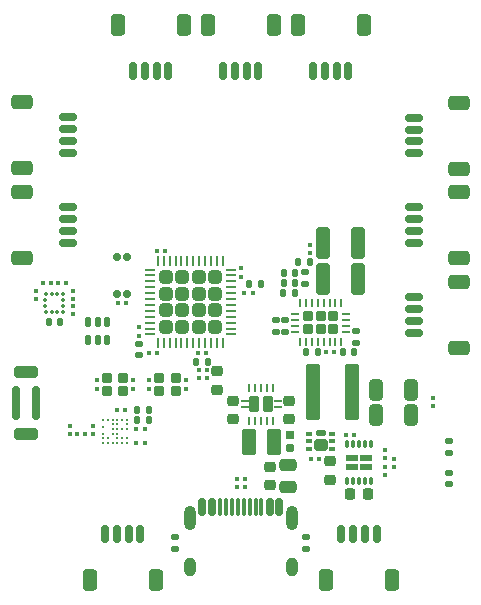
<source format=gbr>
G04 #@! TF.GenerationSoftware,KiCad,Pcbnew,(5.99.0-7554-g937713dbbc)*
G04 #@! TF.CreationDate,2020-12-16T08:12:25+03:00*
G04 #@! TF.ProjectId,BioniX,42696f6e-6958-42e6-9b69-6361645f7063,rev?*
G04 #@! TF.SameCoordinates,PX6422c40PY5a995c0*
G04 #@! TF.FileFunction,Paste,Top*
G04 #@! TF.FilePolarity,Positive*
%FSLAX46Y46*%
G04 Gerber Fmt 4.6, Leading zero omitted, Abs format (unit mm)*
G04 Created by KiCad (PCBNEW (5.99.0-7554-g937713dbbc)) date 2020-12-16 08:12:25*
%MOMM*%
%LPD*%
G01*
G04 APERTURE LIST*
G04 Aperture macros list*
%AMRoundRect*
0 Rectangle with rounded corners*
0 $1 Rounding radius*
0 $2 $3 $4 $5 $6 $7 $8 $9 X,Y pos of 4 corners*
0 Add a 4 corners polygon primitive as box body*
4,1,4,$2,$3,$4,$5,$6,$7,$8,$9,$2,$3,0*
0 Add four circle primitives for the rounded corners*
1,1,$1+$1,$2,$3,0*
1,1,$1+$1,$4,$5,0*
1,1,$1+$1,$6,$7,0*
1,1,$1+$1,$8,$9,0*
0 Add four rect primitives between the rounded corners*
20,1,$1+$1,$2,$3,$4,$5,0*
20,1,$1+$1,$4,$5,$6,$7,0*
20,1,$1+$1,$6,$7,$8,$9,0*
20,1,$1+$1,$8,$9,$2,$3,0*%
G04 Aperture macros list end*
%ADD10RoundRect,0.079500X-0.100500X0.079500X-0.100500X-0.079500X0.100500X-0.079500X0.100500X0.079500X0*%
%ADD11RoundRect,0.249600X-0.350400X-0.650400X0.350400X-0.650400X0.350400X0.650400X-0.350400X0.650400X0*%
%ADD12RoundRect,0.150000X-0.150000X-0.625000X0.150000X-0.625000X0.150000X0.625000X-0.150000X0.625000X0*%
%ADD13RoundRect,0.140000X-0.140000X-0.170000X0.140000X-0.170000X0.140000X0.170000X-0.140000X0.170000X0*%
%ADD14RoundRect,0.225000X0.250000X-0.225000X0.250000X0.225000X-0.250000X0.225000X-0.250000X-0.225000X0*%
%ADD15RoundRect,0.250000X0.315000X-0.315000X0.315000X0.315000X-0.315000X0.315000X-0.315000X-0.315000X0*%
%ADD16RoundRect,0.062500X0.062500X-0.375000X0.062500X0.375000X-0.062500X0.375000X-0.062500X-0.375000X0*%
%ADD17RoundRect,0.062500X0.375000X-0.062500X0.375000X0.062500X-0.375000X0.062500X-0.375000X-0.062500X0*%
%ADD18RoundRect,0.135000X-0.185000X0.135000X-0.185000X-0.135000X0.185000X-0.135000X0.185000X0.135000X0*%
%ADD19RoundRect,0.079500X0.079500X0.100500X-0.079500X0.100500X-0.079500X-0.100500X0.079500X-0.100500X0*%
%ADD20RoundRect,0.079500X0.100500X-0.079500X0.100500X0.079500X-0.100500X0.079500X-0.100500X-0.079500X0*%
%ADD21RoundRect,0.160000X0.290000X0.240000X-0.290000X0.240000X-0.290000X-0.240000X0.290000X-0.240000X0*%
%ADD22RoundRect,0.079500X-0.079500X-0.100500X0.079500X-0.100500X0.079500X0.100500X-0.079500X0.100500X0*%
%ADD23RoundRect,0.140000X0.140000X0.170000X-0.140000X0.170000X-0.140000X-0.170000X0.140000X-0.170000X0*%
%ADD24RoundRect,0.180000X0.270000X-0.470000X0.270000X0.470000X-0.270000X0.470000X-0.270000X-0.470000X0*%
%ADD25RoundRect,0.048000X0.072000X-0.252000X0.072000X0.252000X-0.072000X0.252000X-0.072000X-0.252000X0*%
%ADD26RoundRect,0.048000X0.252000X0.072000X-0.252000X0.072000X-0.252000X-0.072000X0.252000X-0.072000X0*%
%ADD27C,0.257000*%
%ADD28RoundRect,0.135000X0.185000X-0.135000X0.185000X0.135000X-0.185000X0.135000X-0.185000X-0.135000X0*%
%ADD29RoundRect,0.147500X0.172500X-0.147500X0.172500X0.147500X-0.172500X0.147500X-0.172500X-0.147500X0*%
%ADD30RoundRect,0.249600X0.350400X0.650400X-0.350400X0.650400X-0.350400X-0.650400X0.350400X-0.650400X0*%
%ADD31RoundRect,0.150000X0.150000X0.625000X-0.150000X0.625000X-0.150000X-0.625000X0.150000X-0.625000X0*%
%ADD32RoundRect,0.140000X0.170000X-0.140000X0.170000X0.140000X-0.170000X0.140000X-0.170000X-0.140000X0*%
%ADD33RoundRect,0.080000X0.170000X0.120000X-0.170000X0.120000X-0.170000X-0.120000X0.170000X-0.120000X0*%
%ADD34RoundRect,0.190000X0.385000X0.285000X-0.385000X0.285000X-0.385000X-0.285000X0.385000X-0.285000X0*%
%ADD35RoundRect,0.096000X0.304000X0.144000X-0.304000X0.144000X-0.304000X-0.144000X0.304000X-0.144000X0*%
%ADD36RoundRect,0.250000X-0.325000X-1.100000X0.325000X-1.100000X0.325000X1.100000X-0.325000X1.100000X0*%
%ADD37RoundRect,0.140000X-0.170000X0.140000X-0.170000X-0.140000X0.170000X-0.140000X0.170000X0.140000X0*%
%ADD38R,1.050000X0.600000*%
%ADD39RoundRect,0.060000X0.090000X-0.265000X0.090000X0.265000X-0.090000X0.265000X-0.090000X-0.265000X0*%
%ADD40RoundRect,0.150000X-0.150000X-0.575000X0.150000X-0.575000X0.150000X0.575000X-0.150000X0.575000X0*%
%ADD41RoundRect,0.075000X-0.075000X-0.650000X0.075000X-0.650000X0.075000X0.650000X-0.075000X0.650000X0*%
%ADD42O,1.000000X2.100000*%
%ADD43O,1.000000X1.600000*%
%ADD44RoundRect,0.249600X-0.650400X0.350400X-0.650400X-0.350400X0.650400X-0.350400X0.650400X0.350400X0*%
%ADD45RoundRect,0.150000X-0.625000X0.150000X-0.625000X-0.150000X0.625000X-0.150000X0.625000X0.150000X0*%
%ADD46RoundRect,0.147500X-0.172500X0.147500X-0.172500X-0.147500X0.172500X-0.147500X0.172500X0.147500X0*%
%ADD47RoundRect,0.180000X0.420000X2.170000X-0.420000X2.170000X-0.420000X-2.170000X0.420000X-2.170000X0*%
%ADD48RoundRect,0.150000X0.150000X-0.150000X0.150000X0.150000X-0.150000X0.150000X-0.150000X-0.150000X0*%
%ADD49RoundRect,0.249600X0.650400X-0.350400X0.650400X0.350400X-0.650400X0.350400X-0.650400X-0.350400X0*%
%ADD50RoundRect,0.150000X0.625000X-0.150000X0.625000X0.150000X-0.625000X0.150000X-0.625000X-0.150000X0*%
%ADD51RoundRect,0.135000X0.135000X0.185000X-0.135000X0.185000X-0.135000X-0.185000X0.135000X-0.185000X0*%
%ADD52RoundRect,0.218750X0.256250X-0.218750X0.256250X0.218750X-0.256250X0.218750X-0.256250X-0.218750X0*%
%ADD53RoundRect,0.187500X0.187500X-0.187500X0.187500X0.187500X-0.187500X0.187500X-0.187500X-0.187500X0*%
%ADD54RoundRect,0.150000X0.225000X-0.150000X0.225000X0.150000X-0.225000X0.150000X-0.225000X-0.150000X0*%
%ADD55RoundRect,0.250000X-0.475000X0.250000X-0.475000X-0.250000X0.475000X-0.250000X0.475000X0.250000X0*%
%ADD56RoundRect,0.250000X-0.325000X-0.650000X0.325000X-0.650000X0.325000X0.650000X-0.325000X0.650000X0*%
%ADD57RoundRect,0.225000X0.225000X0.250000X-0.225000X0.250000X-0.225000X-0.250000X0.225000X-0.250000X0*%
%ADD58RoundRect,0.250000X0.375000X0.850000X-0.375000X0.850000X-0.375000X-0.850000X0.375000X-0.850000X0*%
%ADD59RoundRect,0.080000X-0.080000X0.080000X-0.080000X-0.080000X0.080000X-0.080000X0.080000X0.080000X0*%
%ADD60RoundRect,0.080000X-0.080000X-0.080000X0.080000X-0.080000X0.080000X0.080000X-0.080000X0.080000X0*%
%ADD61RoundRect,0.218750X-0.256250X0.218750X-0.256250X-0.218750X0.256250X-0.218750X0.256250X0.218750X0*%
%ADD62RoundRect,0.250000X-0.750000X0.250000X-0.750000X-0.250000X0.750000X-0.250000X0.750000X0.250000X0*%
%ADD63RoundRect,0.175000X-0.175000X-1.225000X0.175000X-1.225000X0.175000X1.225000X-0.175000X1.225000X0*%
%ADD64RoundRect,0.170000X0.255000X-0.290000X0.255000X0.290000X-0.255000X0.290000X-0.255000X-0.290000X0*%
%ADD65RoundRect,0.050400X0.249600X-0.069600X0.249600X0.069600X-0.249600X0.069600X-0.249600X-0.069600X0*%
%ADD66RoundRect,0.050400X0.069600X-0.249600X0.069600X0.249600X-0.069600X0.249600X-0.069600X-0.249600X0*%
%ADD67RoundRect,0.050000X0.250000X-0.050000X0.250000X0.050000X-0.250000X0.050000X-0.250000X-0.050000X0*%
%ADD68RoundRect,0.125000X0.125000X-0.275000X0.125000X0.275000X-0.125000X0.275000X-0.125000X-0.275000X0*%
G04 APERTURE END LIST*
D10*
G04 #@! TO.C,R53*
X25900000Y29145000D03*
X25900000Y29835000D03*
G04 #@! TD*
D11*
G04 #@! TO.C,J3*
X32800000Y1505000D03*
X27200000Y1505000D03*
D12*
X28500000Y5380000D03*
X29500000Y5380000D03*
X30500000Y5380000D03*
X31500000Y5380000D03*
G04 #@! TD*
D13*
G04 #@! TO.C,C53*
X28650000Y20780000D03*
X29610000Y20780000D03*
G04 #@! TD*
D14*
G04 #@! TO.C,C40*
X24105000Y15130000D03*
X24105000Y16680000D03*
G04 #@! TD*
D15*
G04 #@! TO.C,U1*
X16430000Y25740000D03*
X17830000Y22940000D03*
X15030000Y22940000D03*
X16430000Y24340000D03*
X16430000Y22940000D03*
X13630000Y25740000D03*
X16430000Y27140000D03*
X17830000Y25740000D03*
X13630000Y22940000D03*
X17830000Y24340000D03*
X15030000Y27140000D03*
X17830000Y27140000D03*
X13630000Y24340000D03*
X15030000Y25740000D03*
X13630000Y27140000D03*
X15030000Y24340000D03*
D16*
X12980000Y21602500D03*
X13480000Y21602500D03*
X13980000Y21602500D03*
X14480000Y21602500D03*
X14980000Y21602500D03*
X15480000Y21602500D03*
X15980000Y21602500D03*
X16480000Y21602500D03*
X16980000Y21602500D03*
X17480000Y21602500D03*
X17980000Y21602500D03*
X18480000Y21602500D03*
D17*
X19167500Y22290000D03*
X19167500Y22790000D03*
X19167500Y23290000D03*
X19167500Y23790000D03*
X19167500Y24290000D03*
X19167500Y24790000D03*
X19167500Y25290000D03*
X19167500Y25790000D03*
X19167500Y26290000D03*
X19167500Y26790000D03*
X19167500Y27290000D03*
X19167500Y27790000D03*
D16*
X18480000Y28477500D03*
X17980000Y28477500D03*
X17480000Y28477500D03*
X16980000Y28477500D03*
X16480000Y28477500D03*
X15980000Y28477500D03*
X15480000Y28477500D03*
X14980000Y28477500D03*
X14480000Y28477500D03*
X13980000Y28477500D03*
X13480000Y28477500D03*
X12980000Y28477500D03*
D17*
X12292500Y27790000D03*
X12292500Y27290000D03*
X12292500Y26790000D03*
X12292500Y26290000D03*
X12292500Y25790000D03*
X12292500Y25290000D03*
X12292500Y24790000D03*
X12292500Y24290000D03*
X12292500Y23790000D03*
X12292500Y23290000D03*
X12292500Y22790000D03*
X12292500Y22290000D03*
G04 #@! TD*
D18*
G04 #@! TO.C,R3*
X14450000Y5110000D03*
X14450000Y4090000D03*
G04 #@! TD*
D19*
G04 #@! TO.C,R11*
X20995000Y25790000D03*
X20305000Y25790000D03*
G04 #@! TD*
D10*
G04 #@! TO.C,R62*
X5775000Y25996250D03*
X5775000Y25306250D03*
G04 #@! TD*
D19*
G04 #@! TO.C,R31*
X29595000Y13770000D03*
X28905000Y13770000D03*
G04 #@! TD*
D20*
G04 #@! TO.C,C26*
X5530000Y14555000D03*
X5530000Y13865000D03*
G04 #@! TD*
D19*
G04 #@! TO.C,R60*
X3910000Y26631250D03*
X3220000Y26631250D03*
G04 #@! TD*
D21*
G04 #@! TO.C,Y2*
X10040000Y18600000D03*
X8640000Y18600000D03*
X8640000Y17500000D03*
X10040000Y17500000D03*
G04 #@! TD*
D22*
G04 #@! TO.C,R10*
X10285000Y24940000D03*
X9595000Y24940000D03*
G04 #@! TD*
D23*
G04 #@! TO.C,C57*
X24600000Y27490000D03*
X23640000Y27490000D03*
G04 #@! TD*
D24*
G04 #@! TO.C,U4*
X22300000Y16370000D03*
X21160000Y16370000D03*
D25*
X20730000Y14970000D03*
X21230000Y14970000D03*
X21730000Y14970000D03*
X22230000Y14970000D03*
X22730000Y14970000D03*
X22730000Y17770000D03*
X22230000Y17770000D03*
X21730000Y17770000D03*
X21230000Y17770000D03*
X20730000Y17770000D03*
D26*
X20330000Y16120000D03*
X23130000Y16620000D03*
X20330000Y16620000D03*
X23130000Y16120000D03*
G04 #@! TD*
D23*
G04 #@! TO.C,C60*
X4705000Y23341250D03*
X3745000Y23341250D03*
G04 #@! TD*
D27*
G04 #@! TO.C,U2*
X8340000Y15090000D03*
X8740000Y15090000D03*
X9140000Y15090000D03*
X9540000Y15090000D03*
X9940000Y15090000D03*
X10340000Y15090000D03*
X9140000Y14690000D03*
X9540000Y14690000D03*
X10340000Y14690000D03*
X8340000Y14490000D03*
X9140000Y14290000D03*
X9540000Y14290000D03*
X9940000Y14290000D03*
X10340000Y14290000D03*
X8340000Y13890000D03*
X9140000Y13890000D03*
X9540000Y13890000D03*
X8340000Y13490000D03*
X8740000Y13490000D03*
X9540000Y13490000D03*
X9940000Y13490000D03*
X10340000Y13490000D03*
X8340000Y13090000D03*
X8740000Y13090000D03*
X9140000Y13090000D03*
X9540000Y13090000D03*
X9940000Y13090000D03*
X10340000Y13090000D03*
G04 #@! TD*
D28*
G04 #@! TO.C,R52*
X25430000Y26550000D03*
X25430000Y27570000D03*
G04 #@! TD*
D23*
G04 #@! TO.C,C58*
X24600000Y26640000D03*
X23640000Y26640000D03*
G04 #@! TD*
D29*
G04 #@! TO.C,D50*
X37660000Y12295000D03*
X37660000Y13265000D03*
G04 #@! TD*
D30*
G04 #@! TO.C,J11*
X15170000Y48502843D03*
X9570000Y48502843D03*
D31*
X13870000Y44627843D03*
X12870000Y44627843D03*
X11870000Y44627843D03*
X10870000Y44627843D03*
G04 #@! TD*
D32*
G04 #@! TO.C,C55*
X22940000Y22530000D03*
X22940000Y23490000D03*
G04 #@! TD*
D19*
G04 #@! TO.C,R5*
X25935000Y11770000D03*
X26625000Y11770000D03*
G04 #@! TD*
D33*
G04 #@! TO.C,Q1*
X27750000Y12580000D03*
X27750000Y13230000D03*
X27750000Y13880000D03*
X25790000Y13880000D03*
X25790000Y13230000D03*
X25790000Y12580000D03*
D34*
X26770000Y12905000D03*
D35*
X26770000Y13930000D03*
G04 #@! TD*
D36*
G04 #@! TO.C,C59*
X26969999Y27000000D03*
X29919999Y27000000D03*
G04 #@! TD*
D10*
G04 #@! TO.C,C61*
X5775000Y23986250D03*
X5775000Y24676250D03*
G04 #@! TD*
D37*
G04 #@! TO.C,C10*
X11400000Y21470000D03*
X11400000Y20510000D03*
G04 #@! TD*
D38*
G04 #@! TO.C,U3*
X29380000Y11052500D03*
X30620000Y11827500D03*
X30620000Y11052500D03*
X29380000Y11827500D03*
D39*
X29000000Y9890000D03*
X29500000Y9890000D03*
X30000000Y9890000D03*
X30500000Y9890000D03*
X31000000Y9890000D03*
X31000000Y12990000D03*
X30500000Y12990000D03*
X30000000Y12990000D03*
X29500000Y12990000D03*
X29000000Y12990000D03*
G04 #@! TD*
D40*
G04 #@! TO.C,J1*
X16750000Y7695000D03*
X17550000Y7695000D03*
D41*
X18750000Y7695000D03*
X19750000Y7695000D03*
X20250000Y7695000D03*
X21250000Y7695000D03*
D40*
X23250000Y7695000D03*
X22450000Y7695000D03*
D41*
X21750000Y7695000D03*
X20750000Y7695000D03*
X19250000Y7695000D03*
X18250000Y7695000D03*
D42*
X15680000Y6780000D03*
X24320000Y6780000D03*
D43*
X15680000Y2600000D03*
X24320000Y2600000D03*
G04 #@! TD*
D44*
G04 #@! TO.C,J5*
X1505000Y28775000D03*
X1505000Y34375000D03*
D45*
X5380000Y33075000D03*
X5380000Y32075000D03*
X5380000Y31075000D03*
X5380000Y30075000D03*
G04 #@! TD*
D22*
G04 #@! TO.C,C24*
X10205000Y15900000D03*
X9515000Y15900000D03*
G04 #@! TD*
D46*
G04 #@! TO.C,D30*
X37660000Y10565000D03*
X37660000Y9595000D03*
G04 #@! TD*
D20*
G04 #@! TO.C,R1*
X20330000Y9355000D03*
X20330000Y10045000D03*
G04 #@! TD*
D22*
G04 #@! TO.C,R61*
X5230000Y26631250D03*
X4540000Y26631250D03*
G04 #@! TD*
G04 #@! TO.C,C13*
X12885000Y29370000D03*
X13575000Y29370000D03*
G04 #@! TD*
D47*
G04 #@! TO.C,L5*
X29445000Y17380000D03*
X26135000Y17380000D03*
G04 #@! TD*
D48*
G04 #@! TO.C,SW1*
X9490000Y25720000D03*
X10390000Y25720000D03*
X10390000Y28820000D03*
X9490000Y28820000D03*
G04 #@! TD*
D49*
G04 #@! TO.C,J7*
X38505000Y34362843D03*
X38505000Y28762843D03*
D50*
X34630000Y30062843D03*
X34630000Y31062843D03*
X34630000Y32062843D03*
X34630000Y33062843D03*
G04 #@! TD*
D51*
G04 #@! TO.C,R51*
X24630000Y25780000D03*
X23610000Y25780000D03*
G04 #@! TD*
D30*
G04 #@! TO.C,J13*
X24820000Y48502843D03*
X30420000Y48502843D03*
D31*
X29120000Y44627843D03*
X28120000Y44627843D03*
X27120000Y44627843D03*
X26120000Y44627843D03*
G04 #@! TD*
D13*
G04 #@! TO.C,C27*
X11240000Y15090000D03*
X12200000Y15090000D03*
G04 #@! TD*
D10*
G04 #@! TO.C,R33*
X32180000Y12515000D03*
X32180000Y11825000D03*
G04 #@! TD*
G04 #@! TO.C,C12*
X20060000Y27195000D03*
X20060000Y27885000D03*
G04 #@! TD*
D11*
G04 #@! TO.C,J4*
X12800000Y1505000D03*
X7200000Y1505000D03*
D12*
X8500000Y5380000D03*
X9500000Y5380000D03*
X10500000Y5380000D03*
X11500000Y5380000D03*
G04 #@! TD*
D20*
G04 #@! TO.C,C25*
X7470000Y14555000D03*
X7470000Y13865000D03*
G04 #@! TD*
D13*
G04 #@! TO.C,C23*
X11240000Y15900000D03*
X12200000Y15900000D03*
G04 #@! TD*
D49*
G04 #@! TO.C,J6*
X38505000Y21130000D03*
X38505000Y26730000D03*
D50*
X34630000Y22430000D03*
X34630000Y23430000D03*
X34630000Y24430000D03*
X34630000Y25430000D03*
G04 #@! TD*
D10*
G04 #@! TO.C,R63*
X2675000Y25306250D03*
X2675000Y25996250D03*
G04 #@! TD*
D22*
G04 #@! TO.C,C28*
X11165000Y13090000D03*
X11855000Y13090000D03*
G04 #@! TD*
D52*
G04 #@! TO.C,F1*
X22450000Y9512500D03*
X22450000Y11087500D03*
G04 #@! TD*
D53*
G04 #@! TO.C,D2*
X24130000Y13775000D03*
D54*
X24130000Y12650000D03*
G04 #@! TD*
D10*
G04 #@! TO.C,R12*
X16500000Y19255000D03*
X16500000Y18565000D03*
G04 #@! TD*
D37*
G04 #@! TO.C,C56*
X29750000Y22550000D03*
X29750000Y21590000D03*
G04 #@! TD*
D20*
G04 #@! TO.C,C14*
X11400000Y22885000D03*
X11400000Y22195000D03*
G04 #@! TD*
D44*
G04 #@! TO.C,J10*
X1495000Y36395000D03*
X1495000Y41995000D03*
D45*
X5370000Y40695000D03*
X5370000Y39695000D03*
X5370000Y38695000D03*
X5370000Y37695000D03*
G04 #@! TD*
D55*
G04 #@! TO.C,C1*
X23975000Y11250000D03*
X23975000Y9350000D03*
G04 #@! TD*
D56*
G04 #@! TO.C,C51*
X31465000Y17600000D03*
X34415000Y17600000D03*
G04 #@! TD*
D22*
G04 #@! TO.C,C22*
X11855000Y14290000D03*
X11165000Y14290000D03*
G04 #@! TD*
D57*
G04 #@! TO.C,C31*
X30775000Y8800000D03*
X29225000Y8800000D03*
G04 #@! TD*
D10*
G04 #@! TO.C,C110*
X15355000Y17710000D03*
X15355000Y18400000D03*
G04 #@! TD*
D22*
G04 #@! TO.C,L2*
X6845000Y13890000D03*
X6155000Y13890000D03*
G04 #@! TD*
D51*
G04 #@! TO.C,R54*
X25900000Y28390000D03*
X24880000Y28390000D03*
G04 #@! TD*
D10*
G04 #@! TO.C,R32*
X32180000Y10365000D03*
X32180000Y11055000D03*
G04 #@! TD*
D14*
G04 #@! TO.C,C30*
X27570000Y9995000D03*
X27570000Y11545000D03*
G04 #@! TD*
D23*
G04 #@! TO.C,C16*
X17210000Y19980000D03*
X16250000Y19980000D03*
G04 #@! TD*
D21*
G04 #@! TO.C,Y1*
X14505000Y18605000D03*
X13105000Y18605000D03*
X13105000Y17505000D03*
X14505000Y17505000D03*
G04 #@! TD*
D19*
G04 #@! TO.C,C15*
X17075000Y20710000D03*
X16385000Y20710000D03*
G04 #@! TD*
D32*
G04 #@! TO.C,C54*
X23780000Y22530000D03*
X23780000Y23490000D03*
G04 #@! TD*
D20*
G04 #@! TO.C,C19*
X12255000Y17710000D03*
X12255000Y18400000D03*
G04 #@! TD*
G04 #@! TO.C,R55*
X36260000Y16895000D03*
X36260000Y16205000D03*
G04 #@! TD*
D10*
G04 #@! TO.C,R30*
X32980000Y11785000D03*
X32980000Y11095000D03*
G04 #@! TD*
D20*
G04 #@! TO.C,C21*
X10890000Y17705000D03*
X10890000Y18395000D03*
G04 #@! TD*
D58*
G04 #@! TO.C,L4*
X22805000Y13200000D03*
X20655000Y13200000D03*
G04 #@! TD*
D59*
G04 #@! TO.C,U6*
X4975000Y25753750D03*
X4475000Y25753750D03*
X3975000Y25753750D03*
X3475000Y25753750D03*
D60*
X3462500Y25241250D03*
X3462500Y24741250D03*
D59*
X3475000Y24228750D03*
X3975000Y24228750D03*
X4475000Y24228750D03*
X4975000Y24228750D03*
D60*
X4987500Y24741250D03*
X4987500Y25241250D03*
G04 #@! TD*
D10*
G04 #@! TO.C,C18*
X17100000Y18565000D03*
X17100000Y19255000D03*
G04 #@! TD*
D14*
G04 #@! TO.C,C41*
X19330000Y15120000D03*
X19330000Y16670000D03*
G04 #@! TD*
D30*
G04 #@! TO.C,J12*
X17195000Y48502843D03*
X22795000Y48502843D03*
D31*
X21495000Y44627843D03*
X20495000Y44627843D03*
X19495000Y44627843D03*
X18495000Y44627843D03*
G04 #@! TD*
D10*
G04 #@! TO.C,C20*
X7790000Y17705000D03*
X7790000Y18395000D03*
G04 #@! TD*
D20*
G04 #@! TO.C,R2*
X19670000Y9355000D03*
X19670000Y10045000D03*
G04 #@! TD*
D51*
G04 #@! TO.C,R50*
X26520000Y20780000D03*
X25500000Y20780000D03*
G04 #@! TD*
D22*
G04 #@! TO.C,C52*
X27235000Y20780000D03*
X27925000Y20780000D03*
G04 #@! TD*
D36*
G04 #@! TO.C,C510*
X26969999Y30000000D03*
X29919999Y30000000D03*
G04 #@! TD*
D18*
G04 #@! TO.C,R4*
X25550000Y5110000D03*
X25550000Y4090000D03*
G04 #@! TD*
D56*
G04 #@! TO.C,C50*
X31465000Y15495000D03*
X34415000Y15495000D03*
G04 #@! TD*
D61*
G04 #@! TO.C,FB1*
X17980000Y19157500D03*
X17980000Y17582500D03*
G04 #@! TD*
D19*
G04 #@! TO.C,C11*
X12215000Y20710000D03*
X12905000Y20710000D03*
G04 #@! TD*
D62*
G04 #@! TO.C,ANT1*
X1785000Y13890000D03*
X1785000Y19090000D03*
D63*
X2635000Y16490000D03*
X935000Y16490000D03*
G04 #@! TD*
D49*
G04 #@! TO.C,J14*
X38510000Y36327843D03*
X38510000Y41927843D03*
D50*
X34635000Y37627843D03*
X34635000Y38627843D03*
X34635000Y39627843D03*
X34635000Y40627843D03*
G04 #@! TD*
D13*
G04 #@! TO.C,C17*
X20720000Y26540000D03*
X21680000Y26540000D03*
G04 #@! TD*
D64*
G04 #@! TO.C,U5*
X27814999Y23840000D03*
X27814999Y22720000D03*
X26764999Y23840000D03*
X25714999Y23840000D03*
X26764999Y22720000D03*
X25714999Y22720000D03*
D65*
X24614999Y22530000D03*
D66*
X25014999Y21630000D03*
X25514999Y21630000D03*
X26014999Y21630000D03*
X26514999Y21630000D03*
X27014999Y21630000D03*
X27514999Y21630000D03*
X28014999Y21630000D03*
X28514999Y21630000D03*
D65*
X28914999Y22530000D03*
X28914999Y24030000D03*
D66*
X28514999Y24930000D03*
X28014999Y24930000D03*
X27514999Y24930000D03*
X27014999Y24930000D03*
X26514999Y24930000D03*
X26014999Y24930000D03*
X25514999Y24930000D03*
X25014999Y24930000D03*
D65*
X24614999Y24030000D03*
D67*
X24614999Y23005000D03*
X28914999Y23005000D03*
X28914999Y23555000D03*
X24614999Y23555000D03*
G04 #@! TD*
D68*
G04 #@! TO.C,D3*
X7100000Y21800000D03*
X7900000Y21800000D03*
X8700000Y21800000D03*
X8700000Y23325000D03*
X7900000Y23325000D03*
X7100000Y23325000D03*
G04 #@! TD*
M02*

</source>
